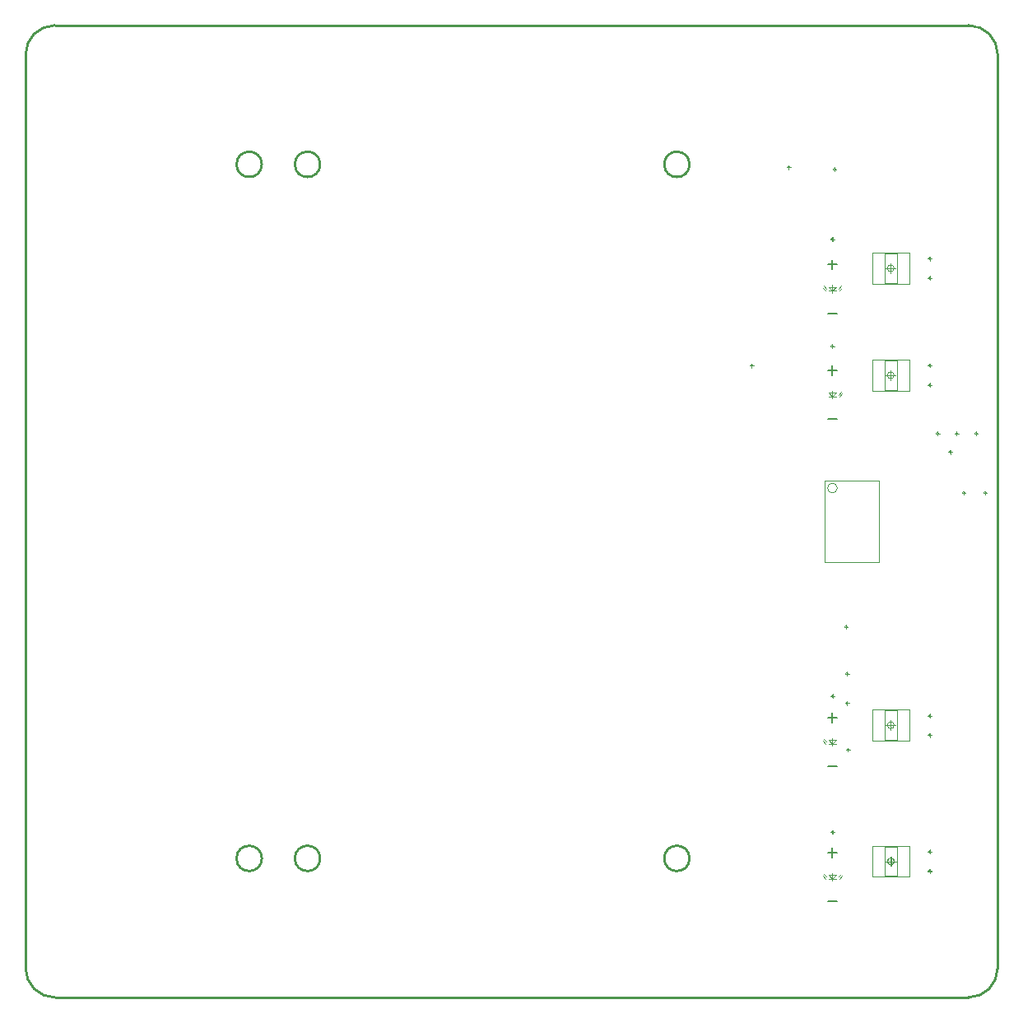
<source format=gm1>
G04*
G04 #@! TF.GenerationSoftware,Altium Limited,Altium Designer,20.0.2 (26)*
G04*
G04 Layer_Color=16711935*
%FSLAX25Y25*%
%MOIN*%
G70*
G01*
G75*
%ADD10C,0.01000*%
%ADD11C,0.00394*%
%ADD12C,0.00197*%
%ADD13C,0.00100*%
%ADD14C,0.00800*%
D10*
X237402Y455512D02*
G03*
X237402Y455512I-5118J0D01*
G01*
X213779Y174409D02*
G03*
X213779Y174409I-5118J0D01*
G01*
X387008D02*
G03*
X387008Y174409I-5118J0D01*
G01*
X213779Y455512D02*
G03*
X213779Y455512I-5118J0D01*
G01*
X237402Y174409D02*
G03*
X237402Y174409I-5118J0D01*
G01*
X387008Y455512D02*
G03*
X387008Y455512I-5118J0D01*
G01*
X511811Y500000D02*
G03*
X500000Y511811I-11811J0D01*
G01*
X129921D02*
G03*
X118110Y500000I0J-11811D01*
G01*
Y129921D02*
G03*
X129921Y118110I11811J0D01*
G01*
X500000D02*
G03*
X511811Y129921I0J11811D01*
G01*
X129921Y511811D02*
X500000D01*
X118110Y129921D02*
Y500000D01*
X129921Y118110D02*
X500000D01*
X511811Y129921D02*
Y500000D01*
X237402Y455512D02*
G03*
X237402Y455512I-5118J0D01*
G01*
X213779Y174409D02*
G03*
X213779Y174409I-5118J0D01*
G01*
X387008D02*
G03*
X387008Y174409I-5118J0D01*
G01*
X213779Y455512D02*
G03*
X213779Y455512I-5118J0D01*
G01*
X237402Y174409D02*
G03*
X237402Y174409I-5118J0D01*
G01*
X387008Y455512D02*
G03*
X387008Y455512I-5118J0D01*
G01*
X511811Y500000D02*
G03*
X500000Y511811I-11811J0D01*
G01*
X129921D02*
G03*
X118110Y500000I0J-11811D01*
G01*
Y129921D02*
G03*
X129921Y118110I11811J0D01*
G01*
X500000D02*
G03*
X511811Y129921I0J11811D01*
G01*
X129921Y511811D02*
X500000D01*
X118110Y129921D02*
Y500000D01*
X129921Y118110D02*
X500000D01*
X511811Y129921D02*
Y500000D01*
D11*
X446850Y324409D02*
G03*
X446850Y324409I-1969J0D01*
G01*
X471063Y407480D02*
Y419291D01*
X465945Y407480D02*
Y419291D01*
Y407480D02*
X471063D01*
X465945Y419291D02*
X471063D01*
X466114Y179134D02*
X471232D01*
X466114Y167323D02*
X471232D01*
X466114D02*
Y179134D01*
X471232Y167323D02*
Y179134D01*
X447638Y404291D02*
X448819Y405472D01*
X447244Y405079D02*
X448425Y406260D01*
X444882Y403504D02*
Y406653D01*
X443307Y404291D02*
X446457D01*
X443307Y405866D02*
X444882Y404291D01*
X446457Y405866D01*
X443307D02*
X446457D01*
X465945Y407480D02*
X471063D01*
X465945Y419291D02*
X471063D01*
X465945Y407480D02*
Y419291D01*
X471063Y407480D02*
Y419291D01*
X465945Y364173D02*
X471063D01*
X465945Y375984D02*
X471063D01*
X465945Y364173D02*
Y375984D01*
X471063Y364173D02*
Y375984D01*
X447638Y361417D02*
X448819Y362598D01*
X447244Y362205D02*
X448425Y363386D01*
X444882Y360630D02*
Y363779D01*
X443307Y361417D02*
X446457D01*
X443307Y362992D02*
X444882Y361417D01*
X446457Y362992D01*
X443307D02*
X446457D01*
X465945Y167323D02*
X471063D01*
X465945Y179134D02*
X471063D01*
X465945Y167323D02*
Y179134D01*
X471063Y167323D02*
Y179134D01*
X447638Y166142D02*
X448819Y167323D01*
X447244Y166929D02*
X448425Y168110D01*
X444882Y165354D02*
Y168504D01*
X443307Y166142D02*
X446457D01*
X443307Y167717D02*
X444882Y166142D01*
X446457Y167717D01*
X443307D02*
X446457D01*
X440945Y167323D02*
X442126Y166142D01*
X441339Y168110D02*
X442520Y166929D01*
X444882Y165354D02*
Y168504D01*
X443307Y166142D02*
X446457D01*
X444882D02*
X446457Y167717D01*
X443307D02*
X444882Y166142D01*
X443307Y167717D02*
X446457D01*
X440945Y405472D02*
X442126Y404291D01*
X441339Y406260D02*
X442520Y405079D01*
X444882Y403504D02*
Y406653D01*
X443307Y404291D02*
X446457D01*
X444882D02*
X446457Y405866D01*
X443307D02*
X444882Y404291D01*
X443307Y405866D02*
X446457D01*
X441732Y294488D02*
X463779D01*
X441732Y327559D02*
X463779D01*
Y294488D02*
Y327559D01*
X441732Y294488D02*
Y327559D01*
X440945Y222047D02*
X442126Y220866D01*
X441339Y222835D02*
X442520Y221654D01*
X444882Y220079D02*
Y223228D01*
X443307Y220866D02*
X446457D01*
X444882D02*
X446457Y222441D01*
X443307D02*
X444882Y220866D01*
X443307Y222441D02*
X446457D01*
X465945Y234252D02*
X471063D01*
X465945Y222441D02*
X471063D01*
X465945D02*
Y234252D01*
X471063Y222441D02*
Y234252D01*
X476004Y407087D02*
Y419685D01*
X461004Y407087D02*
Y419685D01*
Y407087D02*
X476004D01*
X461004Y419685D02*
X476004D01*
X461173Y179528D02*
X476173D01*
X461173Y166929D02*
X476173D01*
X461173D02*
Y179528D01*
X476173Y166929D02*
Y179528D01*
X461004Y407087D02*
X476004D01*
X461004Y419685D02*
X476004D01*
X461004Y407087D02*
Y419685D01*
X476004Y407087D02*
Y419685D01*
X461004Y363779D02*
X476004D01*
X461004Y376378D02*
X476004D01*
X461004Y363779D02*
Y376378D01*
X476004Y363779D02*
Y376378D01*
X461004Y166929D02*
X476004D01*
X461004Y179528D02*
X476004D01*
X461004Y166929D02*
Y179528D01*
X476004Y166929D02*
Y179528D01*
X461004Y234646D02*
X476004D01*
X461004Y222047D02*
X476004D01*
X461004D02*
Y234646D01*
X476004Y222047D02*
Y234646D01*
D12*
X469882Y413386D02*
G03*
X469882Y413386I-1378J0D01*
G01*
X470051Y173228D02*
G03*
X470051Y173228I-1378J0D01*
G01*
X469882Y413386D02*
G03*
X469882Y413386I-1378J0D01*
G01*
Y370079D02*
G03*
X469882Y370079I-1378J0D01*
G01*
Y173228D02*
G03*
X469882Y173228I-1378J0D01*
G01*
Y228346D02*
G03*
X469882Y228346I-1378J0D01*
G01*
X468504Y411417D02*
Y415354D01*
X466535Y413386D02*
X470472D01*
X466705Y173228D02*
X470642D01*
X468673Y171260D02*
Y175197D01*
X466535Y413386D02*
X470472D01*
X468504Y411417D02*
Y415354D01*
X466535Y370079D02*
X470472D01*
X468504Y368110D02*
Y372047D01*
X466535Y173228D02*
X470472D01*
X468504Y171260D02*
Y175197D01*
X466535Y228346D02*
X470472D01*
X468504Y226378D02*
Y230315D01*
D13*
X484753Y232228D02*
G03*
X484753Y232228I-500J0D01*
G01*
X445437Y240159D02*
G03*
X445437Y240159I-500J0D01*
G01*
X484753Y177110D02*
G03*
X484753Y177110I-500J0D01*
G01*
X507248Y322442D02*
G03*
X507248Y322442I-500J0D01*
G01*
X503594Y346476D02*
G03*
X503594Y346476I-500J0D01*
G01*
X495720D02*
G03*
X495720Y346476I-500J0D01*
G01*
X487957Y346479D02*
G03*
X487957Y346479I-500J0D01*
G01*
X498587Y322442D02*
G03*
X498587Y322442I-500J0D01*
G01*
X445327Y425198D02*
G03*
X445327Y425198I-500J0D01*
G01*
X484753Y409504D02*
G03*
X484753Y409504I-500J0D01*
G01*
Y417378D02*
G03*
X484753Y417378I-500J0D01*
G01*
Y366197D02*
G03*
X484753Y366197I-500J0D01*
G01*
Y374071D02*
G03*
X484753Y374071I-500J0D01*
G01*
X445327Y381891D02*
G03*
X445327Y381891I-500J0D01*
G01*
X484753Y169346D02*
G03*
X484753Y169346I-500J0D01*
G01*
Y177220D02*
G03*
X484753Y177220I-500J0D01*
G01*
X445327Y185041D02*
G03*
X445327Y185041I-500J0D01*
G01*
X412650Y374014D02*
G03*
X412650Y374014I-500J0D01*
G01*
X451286Y237347D02*
G03*
X451286Y237347I-500J0D01*
G01*
X450895Y268165D02*
G03*
X450895Y268165I-500J0D01*
G01*
X451680Y218449D02*
G03*
X451680Y218449I-500J0D01*
G01*
X451286Y249158D02*
G03*
X451286Y249158I-500J0D01*
G01*
X493075Y338975D02*
G03*
X493075Y338975I-500J0D01*
G01*
X427720Y454332D02*
G03*
X427720Y454332I-500J0D01*
G01*
X446224Y453545D02*
G03*
X446224Y453545I-500J0D01*
G01*
X484753Y224354D02*
G03*
X484753Y224354I-500J0D01*
G01*
Y417268D02*
G03*
X484753Y417268I-500J0D01*
G01*
Y409394D02*
G03*
X484753Y409394I-500J0D01*
G01*
X445437Y425198D02*
G03*
X445437Y425198I-500J0D01*
G01*
X484753Y169236D02*
G03*
X484753Y169236I-500J0D01*
G01*
X445437Y185041D02*
G03*
X445437Y185041I-500J0D01*
G01*
X484253Y231441D02*
Y233016D01*
X483466Y232228D02*
X485041D01*
X444150Y240159D02*
X445724D01*
X444937Y239371D02*
Y240946D01*
X484253Y176323D02*
Y177898D01*
X483466Y177110D02*
X485041D01*
X506748Y321655D02*
Y323230D01*
X505961Y322442D02*
X507535D01*
X503094Y345689D02*
Y347264D01*
X502307Y346476D02*
X503882D01*
X495221Y345689D02*
Y347264D01*
X494433Y346476D02*
X496008D01*
X487457Y345691D02*
Y347266D01*
X486669Y346479D02*
X488244D01*
X498087Y321655D02*
Y323230D01*
X497299Y322442D02*
X498874D01*
X444827Y424411D02*
Y425985D01*
X444039Y425198D02*
X445614D01*
X483466Y409504D02*
X485041D01*
X484253Y408716D02*
Y410291D01*
X483466Y417378D02*
X485041D01*
X484253Y416590D02*
Y418165D01*
X483466Y366197D02*
X485041D01*
X484253Y365409D02*
Y366984D01*
X483466Y374071D02*
X485041D01*
X484253Y373284D02*
Y374858D01*
X444827Y381104D02*
Y382678D01*
X444039Y381891D02*
X445614D01*
X483466Y169346D02*
X485041D01*
X484253Y168559D02*
Y170134D01*
X483466Y177220D02*
X485041D01*
X484253Y176433D02*
Y178008D01*
X444827Y184253D02*
Y185828D01*
X444039Y185041D02*
X445614D01*
X412150Y373227D02*
Y374802D01*
X411362Y374014D02*
X412937D01*
X449999Y237347D02*
X451574D01*
X450786Y236559D02*
Y238134D01*
X449608Y268165D02*
X451182D01*
X450395Y267378D02*
Y268953D01*
X450392Y218449D02*
X451967D01*
X451180Y217661D02*
Y219236D01*
X449999Y249158D02*
X451574D01*
X450786Y248370D02*
Y249945D01*
X492575Y338188D02*
Y339763D01*
X491787Y338975D02*
X493362D01*
X427220Y453545D02*
Y455119D01*
X426433Y454332D02*
X428008D01*
X445724Y452757D02*
Y454332D01*
X444937Y453545D02*
X446512D01*
X483466Y224354D02*
X485041D01*
X484253Y223567D02*
Y225142D01*
X483466Y417268D02*
X485041D01*
X484253Y416480D02*
Y418055D01*
X483466Y409394D02*
X485041D01*
X484253Y408606D02*
Y410181D01*
X444937Y424411D02*
Y425985D01*
X444150Y425198D02*
X445724D01*
X483466Y169236D02*
X485041D01*
X484253Y168449D02*
Y170024D01*
X444937Y184253D02*
Y185828D01*
X444150Y185041D02*
X445724D01*
D14*
X442913Y395236D02*
X446850D01*
X442913Y414921D02*
X446850D01*
X444882Y412953D02*
Y416890D01*
X442913Y352362D02*
X446850D01*
X442913Y372047D02*
X446850D01*
X444882Y370079D02*
Y374016D01*
X442913Y157087D02*
X446850D01*
X442913Y176772D02*
X446850D01*
X444882Y174803D02*
Y178740D01*
X442913Y157087D02*
X446850D01*
X442913Y176772D02*
X446850D01*
X444882Y174803D02*
Y178740D01*
X442913Y395236D02*
X446850D01*
X442913Y414921D02*
X446850D01*
X444882Y412953D02*
Y416890D01*
X442913Y211811D02*
X446850D01*
X442913Y231496D02*
X446850D01*
X444882Y229528D02*
Y233465D01*
M02*

</source>
